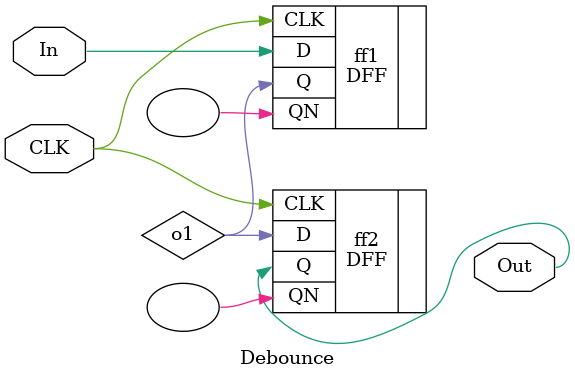
<source format=v>
module Debounce(In, CLK, Out);
input In, CLK;
output Out;
wire o1, o2, o3n;

DFF ff1(.D(In), .CLK(CLK), .Q(o1), .QN());
DFF ff2(.D(o1), .CLK(CLK), .Q(Out), .QN());

endmodule

</source>
